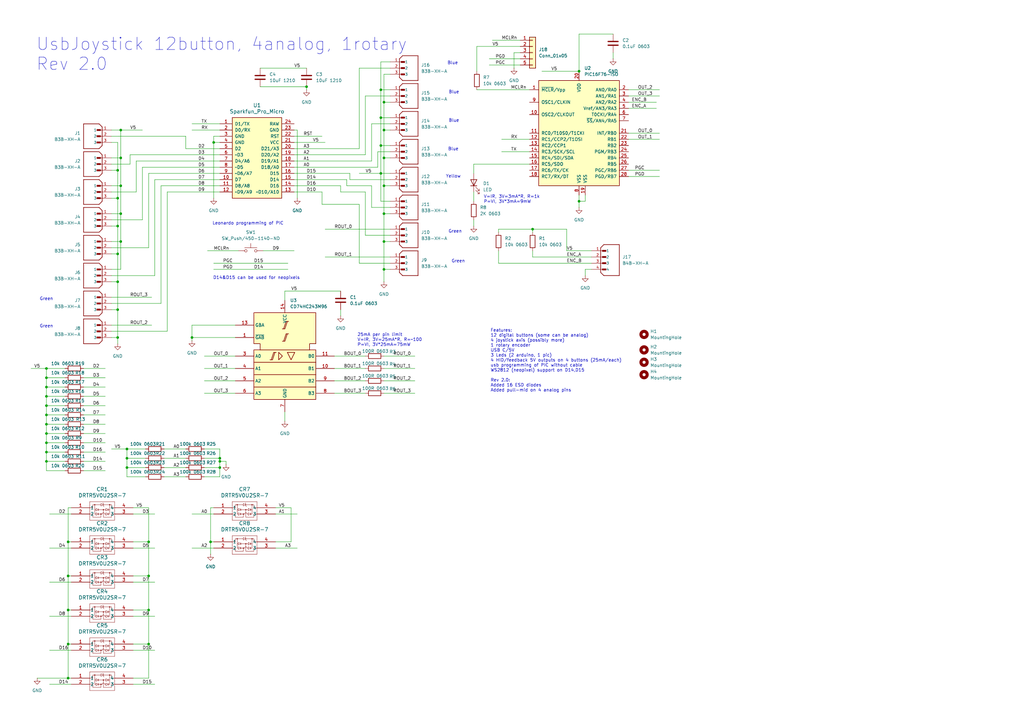
<source format=kicad_sch>
(kicad_sch (version 20250114) (generator "eeschema") (generator_version "9.0")
  (paper "A3")
  (lib_symbols
    (symbol "2025-06-20_23-16-29:DRTR5V0U2SR-7" (pin_names (offset 0.254))
      (property "Reference" "CR" (at 12.7 7.62 0))
      (property "Value" "DRTR5V0U2SR-7" (at 12.7 5.08 0))
      (symbol "DRTR5V0U2SR-7_0_1"
        (pin unspecified line (at 0 0 0) (length 7.62) (name "1") (number "1"))
        (pin unspecified line (at 0 -2.54 0) (length 7.62) (name "2") (number "2"))
        (pin unspecified line (at 25.4 0 180) (length 7.62) (name "4") (number "4"))
        (pin unspecified line (at 25.4 -2.54 180) (length 7.62) (name "3") (number "3"))
      )
    )
    (symbol "74xx_IEEE:74LS243"
      (property "Reference" "U" (at 15.24 25.4 0))
      (property "Value" "74LS243" (at 15.24 -15.24 0))
      (symbol "74LS243_0_0"
        (pin power_in line (at 0 27.94 270) (length 5.08) (name "VCC") (number "14"))
        (pin power_in line (at 0 -17.78 90) (length 5.08) (name "GND") (number "7"))
      )
      (symbol "74LS243_1_1"
        (pin input line (at -20.32 17.78 0) (length 7.62) (name "GBA") (number "13"))
        (pin input line (at -20.32 12.7 0) (length 7.62) (name "~{GAB}") (number "1"))
        (pin input line (at -20.32 5.08 0) (length 7.62) (name "A0") (number "3"))
        (pin input line (at -20.32 0 0) (length 7.62) (name "A1") (number "4"))
        (pin input line (at -20.32 -5.08 0) (length 7.62) (name "A2") (number "5"))
        (pin input line (at -20.32 -10.16 0) (length 7.62) (name "A3") (number "6"))
        (pin tri_state line (at 20.32 5.08 180) (length 7.62) (name "B0") (number "11"))
        (pin tri_state line (at 20.32 0 180) (length 7.62) (name "B1") (number "10"))
        (pin tri_state line (at 20.32 -5.08 180) (length 7.62) (name "B2") (number "9"))
        (pin tri_state line (at 20.32 -10.16 180) (length 7.62) (name "B3") (number "8"))
      )
    )
    (symbol "Arduino:Sparkfun_Pro_Micro" (pin_names (offset 1.016))
      (property "Reference" "U" (at -8.89 21.59 0))
      (property "Value" "Sparkfun_Pro_Micro" (at 0 19.05 0))
      (symbol "Sparkfun_Pro_Micro_1_1"
        (pin bidirectional line (at -15.24 15.24 0) (length 5.08) (name "D1/TX") (number "1"))
        (pin bidirectional line (at -15.24 12.7 0) (length 5.08) (name "D0/RX") (number "2"))
        (pin power_in line (at -15.24 10.16 0) (length 5.08) (name "GND") (number "3"))
        (pin power_in line (at -15.24 7.62 0) (length 5.08) (name "GND") (number "4"))
        (pin bidirectional line (at -15.24 5.08 0) (length 5.08) (name "D2") (number "5"))
        (pin bidirectional line (at -15.24 2.54 0) (length 5.08) (name "~D3") (number "6"))
        (pin bidirectional line (at -15.24 0 0) (length 5.08) (name "D4/A6") (number "7"))
        (pin bidirectional line (at -15.24 -2.54 0) (length 5.08) (name "~D5") (number "8"))
        (pin bidirectional line (at -15.24 -5.08 0) (length 5.08) (name "~D6/A7") (number "9"))
        (pin bidirectional line (at -15.24 -7.62 0) (length 5.08) (name "D7") (number "10"))
        (pin bidirectional line (at -15.24 -10.16 0) (length 5.08) (name "D8/A8") (number "11"))
        (pin bidirectional line (at -15.24 -12.7 0) (length 5.08) (name "~D9/A9") (number "12"))
        (pin power_in line (at 15.24 15.24 180) (length 5.08) (name "RAW") (number "24"))
        (pin power_in line (at 15.24 12.7 180) (length 5.08) (name "GND") (number "23"))
        (pin input line (at 15.24 10.16 180) (length 5.08) (name "RST") (number "22"))
        (pin power_in line (at 15.24 7.62 180) (length 5.08) (name "VCC") (number "21"))
        (pin bidirectional line (at 15.24 5.08 180) (length 5.08) (name "D21/A3") (number "20"))
        (pin bidirectional line (at 15.24 2.54 180) (length 5.08) (name "D20/A2") (number "19"))
        (pin bidirectional line (at 15.24 0 180) (length 5.08) (name "D19/A1") (number "18"))
        (pin bidirectional line (at 15.24 -2.54 180) (length 5.08) (name "D18/A0") (number "17"))
        (pin bidirectional line (at 15.24 -5.08 180) (length 5.08) (name "D15") (number "16"))
        (pin bidirectional line (at 15.24 -7.62 180) (length 5.08) (name "D14") (number "15"))
        (pin bidirectional line (at 15.24 -10.16 180) (length 5.08) (name "D16") (number "14"))
        (pin bidirectional line (at 15.24 -12.7 180) (length 5.08) (name "~D10/A10") (number "13"))
      )
    )
    (symbol "B3B-XH-A:B3B-XH-A" (pin_names (offset 1.016))
      (property "Reference" "J" (at -2.54 6.35 0))
      (property "Value" "B3B-XH-A" (at -2.54 -7.62 0))
      (symbol "B3B-XH-A_0_0"
        (pin passive line (at -7.62 2.54 0) (length 5.08) (name "1") (number "1"))
        (pin passive line (at -7.62 0 0) (length 5.08) (name "2") (number "2"))
        (pin passive line (at -7.62 -2.54 0) (length 5.08) (name "3") (number "3"))
      )
    )
    (symbol "B4B-XH-A:B4B-XH-A" (pin_names (offset 1.016))
      (property "Reference" "J" (at -2.54 6.35 0))
      (property "Value" "B4B-XH-A" (at -2.54 -10.16 0))
      (symbol "B4B-XH-A_0_0"
        (pin passive line (at -7.62 2.54 0) (length 5.08) (name "1") (number "1"))
        (pin passive line (at -7.62 0 0) (length 5.08) (name "2") (number "2"))
        (pin passive line (at -7.62 -2.54 0) (length 5.08) (name "3") (number "3"))
        (pin passive line (at -7.62 -5.08 0) (length 5.08) (name "4") (number "4"))
      )
    )
    (symbol "Connector_Generic:Conn_01x05" (pin_names (offset 1.016) (hide yes))
      (property "Reference" "J" (at 0 7.62 0))
      (property "Value" "Conn_01x05" (at 0 -7.62 0))
      (symbol "Conn_01x05_1_1"
        (pin passive line (at -5.08 5.08 0) (length 3.81) (name "Pin_1") (number "1"))
        (pin passive line (at -5.08 2.54 0) (length 3.81) (name "Pin_2") (number "2"))
        (pin passive line (at -5.08 0 0) (length 3.81) (name "Pin_3") (number "3"))
        (pin passive line (at -5.08 -2.54 0) (length 3.81) (name "Pin_4") (number "4"))
        (pin passive line (at -5.08 -5.08 0) (length 3.81) (name "Pin_5") (number "5"))
      )
    )
    (symbol "Device:C" (pin_numbers (hide yes)) (pin_names (offset 0.254))
      (property "Reference" "C" (at 0.635 2.54 0))
      (property "Value" "C" (at 0.635 -2.54 0))
      (symbol "C_1_1"
        (pin passive line (at 0 3.81 270) (length 2.794) (name "~") (number "1"))
        (pin passive line (at 0 -3.81 90) (length 2.794) (name "~") (number "2"))
      )
    )
    (symbol "Device:LED" (pin_numbers (hide yes)) (pin_names (offset 1.016) (hide yes))
      (property "Reference" "D" (at 0 2.54 0))
      (property "Value" "LED" (at 0 -2.54 0))
      (symbol "LED_1_1"
        (pin passive line (at -3.81 0 0) (length 2.54) (name "K") (number "1"))
        (pin passive line (at 3.81 0 180) (length 2.54) (name "A") (number "2"))
      )
    )
    (symbol "Device:R" (pin_numbers (hide yes)) (pin_names (offset 0))
      (property "Reference" "R" (at 2.032 0 90))
      (property "Value" "R" (at 0 0 90))
      (symbol "R_1_1"
        (pin passive line (at 0 3.81 270) (length 1.27) (name "~") (number "1"))
        (pin passive line (at 0 -3.81 90) (length 1.27) (name "~") (number "2"))
      )
    )
    (symbol "MCU_Microchip_PIC16:PIC16F76-ISO" (pin_names (offset 1.016))
      (property "Reference" "U" (at 2.54 25.4 0))
      (property "Value" "PIC16F76-ISO" (at 2.54 22.86 0))
      (symbol "PIC16F76-ISO_1_1"
        (pin input line (at -20.32 17.78 0) (length 3.81) (name "~{MCLR}/Vpp") (number "1"))
        (pin input line (at -20.32 12.7 0) (length 3.81) (name "OSC1/CLKIN") (number "9"))
        (pin output line (at -20.32 7.62 0) (length 3.81) (name "OSC2/CLKOUT") (number "10"))
        (pin bidirectional line (at -20.32 0 0) (length 3.81) (name "RC0/T10S0/T1CKI") (number "11"))
        (pin bidirectional line (at -20.32 -2.54 0) (length 3.81) (name "RC1/CCP2/T1OSI") (number "12"))
        (pin bidirectional line (at -20.32 -5.08 0) (length 3.81) (name "RC2/CCP1") (number "13"))
        (pin bidirectional line (at -20.32 -7.62 0) (length 3.81) (name "RC3/SCK/SCL") (number "14"))
        (pin bidirectional line (at -20.32 -10.16 0) (length 3.81) (name "RC4/SDI/SDA") (number "15"))
        (pin bidirectional line (at -20.32 -12.7 0) (length 3.81) (name "RC5/SDO") (number "16"))
        (pin bidirectional line (at -20.32 -15.24 0) (length 3.81) (name "RC6/TX/CK") (number "17"))
        (pin bidirectional line (at -20.32 -17.78 0) (length 3.81) (name "RC7/RX/DT") (number "18"))
        (pin power_in line (at 0 25.4 270) (length 3.81) (name "VDD") (number "20"))
        (pin power_in line (at 0 -25.4 90) (length 3.81) (name "VSS") (number "8"))
        (pin power_in line (at 2.54 -25.4 90) (length 3.81) (name "VSS") (number "19"))
        (pin bidirectional line (at 20.32 17.78 180) (length 3.81) (name "AN0/RA0") (number "2"))
        (pin bidirectional line (at 20.32 15.24 180) (length 3.81) (name "AN1/RA1") (number "3"))
        (pin bidirectional line (at 20.32 12.7 180) (length 3.81) (name "AN2/RA2") (number "4"))
        (pin bidirectional line (at 20.32 10.16 180) (length 3.81) (name "Vref/AN3/RA3") (number "5"))
        (pin bidirectional line (at 20.32 7.62 180) (length 3.81) (name "T0CKI/RA4") (number "6"))
        (pin bidirectional line (at 20.32 5.08 180) (length 3.81) (name "~{SS}/AN4/RA5") (number "7"))
        (pin bidirectional line (at 20.32 0 180) (length 3.81) (name "INT/RB0") (number "21"))
        (pin bidirectional line (at 20.32 -2.54 180) (length 3.81) (name "RB1") (number "22"))
        (pin bidirectional line (at 20.32 -5.08 180) (length 3.81) (name "RB2") (number "23"))
        (pin bidirectional line (at 20.32 -7.62 180) (length 3.81) (name "PGM/RB3") (number "24"))
        (pin bidirectional line (at 20.32 -10.16 180) (length 3.81) (name "RB4") (number "25"))
        (pin bidirectional line (at 20.32 -12.7 180) (length 3.81) (name "RB5") (number "26"))
        (pin bidirectional line (at 20.32 -15.24 180) (length 3.81) (name "PGC/RB6") (number "27"))
        (pin bidirectional line (at 20.32 -17.78 180) (length 3.81) (name "PGD/RB7") (number "28"))
      )
    )
    (symbol "Mechanical:MountingHole" (pin_names (offset 1.016)) (in_bom no)
      (property "Reference" "H" (at 0 5.08 0))
      (property "Value" "MountingHole" (at 0 3.175 0))
    )
    (symbol "Switch:SW_Push" (pin_numbers (hide yes)) (pin_names (offset 1.016) (hide yes))
      (property "Reference" "SW" (at 1.27 2.54 0))
      (property "Value" "SW_Push" (at 0 -1.524 0))
      (symbol "SW_Push_0_1"
        (pin passive line (at -5.08 0 0) (length 2.54) (name "1") (number "1"))
        (pin passive line (at 5.08 0 180) (length 2.54) (name "2") (number "2"))
      )
    )
    (symbol "power:GND" (power) (pin_numbers (hide yes)) (pin_names (offset 0) (hide yes))
      (property "Value" "GND" (at 0 -3.81 0))
      (symbol "GND_1_1"
        (pin power_in line (at 0 0 270) (length 0) (name "~") (number "1"))
      )
    )
  )
  (text "Leonardo programming of PIC" (at 87.122 90.932 0) (effects (font (size 1.27 1.27)) (justify left top)))
  (text "Green" (at 19.05 122.682 0) (effects (font (size 1.27 1.27))))
  (text "Blue" (at 185.928 61.214 0) (effects (font (size 1.27 1.27))))
  (text "Green" (at 19.05 133.858 0) (effects (font (size 1.27 1.27))))
  (text "Yellow" (at 185.928 72.39 0) (effects (font (size 1.27 1.27))))
  (text "UsbJoystick 12button, 4analog, 1rotary\nRev 2.0" (at 14.732 15.24 0) (effects (font (size 5.08 5.08)) (justify left top)))
  (text "D14&D15 can be used for neopixels" (at 87.376 113.284 0) (effects (font (size 1.27 1.27)) (justify left top)))
  (text "25mA per pin limit\nV=IR, 3V=25mA*R, R=~100\nP=VI, 3V*25mA=75mW" (at 146.558 136.652 0) (effects (font (size 1.27 1.27)) (justify left top)))
  (text "Green" (at 187.96 107.188 0) (effects (font (size 1.27 1.27))))
  (text "Blue" (at 186.182 49.53 0) (effects (font (size 1.27 1.27))))
  (text "Blue" (at 185.674 25.908 0) (effects (font (size 1.27 1.27))))
  (text "Green" (at 186.69 94.996 0) (effects (font (size 1.27 1.27))))
  (text "Features:\n12 digital buttons (some can be analog)\n4 joystick axis (possibly more)\n1 rotary encoder\nUSB C/5V\n3 Leds (2 arduino, 1 pic)\n4 HID/feedback 5V outputs on 4 buttons (25mA/each)\nusb programming of PIC without cable\nWS2812 (neopixel) support on D14,D15\n\nRev 2.0:\nAdded 16 ESD diodes\nAdded pull-mid on 4 analog pins" (at 201.168 134.874 0) (effects (font (size 1.27 1.27)) (justify left top)))
  (text "V=IR, 3V=3mA*R, R=1k\nP=VI, 3V*3mA=9mW" (at 198.374 80.01 0) (effects (font (size 1.27 1.27)) (justify left top)))
  (text "Blue" (at 186.182 37.846 0) (effects (font (size 1.27 1.27))))
  (junction (at 19.05 166.37))
  (junction (at 156.21 59.69))
  (junction (at 237.49 82.55))
  (junction (at 52.07 191.77))
  (junction (at 48.26 115.57))
  (junction (at 27.94 222.25))
  (junction (at 48.26 81.28))
  (junction (at 90.17 189.23))
  (junction (at 86.36 222.25))
  (junction (at 156.21 71.12))
  (junction (at 27.94 278.13))
  (junction (at 48.26 69.85))
  (junction (at 27.94 250.19))
  (junction (at 19.05 185.42))
  (junction (at 157.48 53.34))
  (junction (at 60.96 250.19))
  (junction (at 156.21 36.83))
  (junction (at 237.49 29.21))
  (junction (at 48.26 138.43))
  (junction (at 19.05 173.99))
  (junction (at 125.73 35.56))
  (junction (at 27.94 236.22))
  (junction (at 19.05 154.94))
  (junction (at 49.53 99.06))
  (junction (at 52.07 187.96))
  (junction (at 157.48 99.06))
  (junction (at 19.05 151.13))
  (junction (at 157.48 76.2))
  (junction (at 49.53 87.63))
  (junction (at 49.53 76.2))
  (junction (at 49.53 64.77))
  (junction (at 27.94 264.16))
  (junction (at 157.48 110.49))
  (junction (at 52.07 184.15))
  (junction (at 19.05 170.18))
  (junction (at 49.53 53.34))
  (junction (at 48.26 104.14))
  (junction (at 157.48 87.63))
  (junction (at 157.48 64.77))
  (junction (at 60.96 264.16))
  (junction (at 156.21 48.26))
  (junction (at 218.44 93.98))
  (junction (at 60.96 236.22))
  (junction (at 157.48 41.91))
  (junction (at 19.05 158.75))
  (junction (at 87.63 58.42))
  (junction (at 19.05 181.61))
  (junction (at 19.05 177.8))
  (junction (at 48.26 127))
  (junction (at 90.17 187.96))
  (junction (at 19.05 162.56))
  (junction (at 90.17 191.77))
  (junction (at 78.74 138.43))
  (junction (at 60.96 222.25))
  (junction (at 48.26 92.71))
  (junction (at 19.05 189.23))
  (wire (pts (xy 19.05 185.42) (xy 26.67 185.42)))
  (wire (pts (xy 45.72 67.31) (xy 53.34 67.31)))
  (wire (pts (xy 29.21 208.28) (xy 27.94 208.28)))
  (wire (pts (xy 116.84 119.38) (xy 116.84 123.19)))
  (wire (pts (xy 157.48 161.29) (xy 170.18 161.29)))
  (wire (pts (xy 19.05 158.75) (xy 19.05 162.56)))
  (wire (pts (xy 154.94 68.58) (xy 154.94 62.23)))
  (wire (pts (xy 83.82 191.77) (xy 90.17 191.77)))
  (wire (pts (xy 90.17 195.58) (xy 90.17 191.77)))
  (wire (pts (xy 149.86 63.5) (xy 149.86 39.37)))
  (wire (pts (xy 20.32 252.73) (xy 29.21 252.73)))
  (wire (pts (xy 137.16 156.21) (xy 149.86 156.21)))
  (wire (pts (xy 85.09 102.87) (xy 97.79 102.87)))
  (wire (pts (xy 204.47 93.98) (xy 218.44 93.98)))
  (wire (pts (xy 26.67 193.04) (xy 19.05 193.04)))
  (wire (pts (xy 45.72 69.85) (xy 48.26 69.85)))
  (wire (pts (xy 19.05 177.8) (xy 26.67 177.8)))
  (wire (pts (xy 139.7 78.74) (xy 149.86 78.74)))
  (wire (pts (xy 257.81 72.39) (xy 270.51 72.39)))
  (wire (pts (xy 27.94 264.16) (xy 27.94 278.13)))
  (wire (pts (xy 90.17 184.15) (xy 83.82 184.15)))
  (wire (pts (xy 204.47 93.98) (xy 204.47 95.25)))
  (wire (pts (xy 200.66 26.67) (xy 213.36 26.67)))
  (wire (pts (xy 160.02 82.55) (xy 156.21 82.55)))
  (wire (pts (xy 113.03 208.28) (xy 119.38 208.28)))
  (wire (pts (xy 87.63 208.28) (xy 86.36 208.28)))
  (wire (pts (xy 92.71 190.5) (xy 92.71 189.23)))
  (wire (pts (xy 19.05 162.56) (xy 26.67 162.56)))
  (wire (pts (xy 55.88 78.74) (xy 45.72 78.74)))
  (wire (pts (xy 27.94 222.25) (xy 29.21 222.25)))
  (wire (pts (xy 53.34 63.5) (xy 90.17 63.5)))
  (wire (pts (xy 53.34 67.31) (xy 53.34 63.5)))
  (wire (pts (xy 156.21 82.55) (xy 156.21 71.12)))
  (wire (pts (xy 240.03 110.49) (xy 242.57 110.49)))
  (wire (pts (xy 68.58 135.89) (xy 45.72 135.89)))
  (wire (pts (xy 45.72 90.17) (xy 58.42 90.17)))
  (wire (pts (xy 45.72 184.15) (xy 52.07 184.15)))
  (wire (pts (xy 54.61 264.16) (xy 60.96 264.16)))
  (wire (pts (xy 12.7 151.13) (xy 19.05 151.13)))
  (wire (pts (xy 78.74 224.79) (xy 87.63 224.79)))
  (wire (pts (xy 160.02 36.83) (xy 156.21 36.83)))
  (wire (pts (xy 87.63 110.49) (xy 118.11 110.49)))
  (wire (pts (xy 156.21 48.26) (xy 156.21 59.69)))
  (wire (pts (xy 54.61 238.76) (xy 63.5 238.76)))
  (wire (pts (xy 48.26 115.57) (xy 48.26 104.14)))
  (wire (pts (xy 52.07 187.96) (xy 59.69 187.96)))
  (wire (pts (xy 19.05 177.8) (xy 19.05 173.99)))
  (wire (pts (xy 19.05 189.23) (xy 26.67 189.23)))
  (wire (pts (xy 83.82 195.58) (xy 90.17 195.58)))
  (wire (pts (xy 26.67 166.37) (xy 19.05 166.37)))
  (wire (pts (xy 49.53 64.77) (xy 49.53 53.34)))
  (wire (pts (xy 19.05 189.23) (xy 19.05 185.42)))
  (wire (pts (xy 116.84 168.91) (xy 116.84 172.72)))
  (wire (pts (xy 52.07 195.58) (xy 59.69 195.58)))
  (wire (pts (xy 19.05 158.75) (xy 26.67 158.75)))
  (wire (pts (xy 90.17 55.88) (xy 87.63 55.88)))
  (wire (pts (xy 139.7 127) (xy 139.7 129.54)))
  (wire (pts (xy 19.05 185.42) (xy 19.05 181.61)))
  (wire (pts (xy 19.05 193.04) (xy 19.05 189.23)))
  (wire (pts (xy 120.65 60.96) (xy 147.32 60.96)))
  (wire (pts (xy 55.88 66.04) (xy 90.17 66.04)))
  (wire (pts (xy 142.24 73.66) (xy 142.24 76.2)))
  (wire (pts (xy 66.04 124.46) (xy 45.72 124.46)))
  (wire (pts (xy 83.82 151.13) (xy 96.52 151.13)))
  (wire (pts (xy 257.81 69.85) (xy 270.51 69.85)))
  (wire (pts (xy 19.05 173.99) (xy 19.05 170.18)))
  (wire (pts (xy 54.61 280.67) (xy 63.5 280.67)))
  (wire (pts (xy 143.51 71.12) (xy 143.51 73.66)))
  (wire (pts (xy 120.65 63.5) (xy 149.86 63.5)))
  (wire (pts (xy 60.96 222.25) (xy 60.96 236.22)))
  (wire (pts (xy 45.72 104.14) (xy 48.26 104.14)))
  (wire (pts (xy 237.49 80.01) (xy 237.49 82.55)))
  (wire (pts (xy 160.02 25.4) (xy 156.21 25.4)))
  (wire (pts (xy 54.61 208.28) (xy 60.96 208.28)))
  (wire (pts (xy 156.21 25.4) (xy 156.21 36.83)))
  (wire (pts (xy 232.41 102.87) (xy 232.41 93.98)))
  (wire (pts (xy 48.26 58.42) (xy 45.72 58.42)))
  (wire (pts (xy 48.26 104.14) (xy 48.26 92.71)))
  (wire (pts (xy 68.58 78.74) (xy 68.58 135.89)))
  (wire (pts (xy 156.21 71.12) (xy 147.32 71.12)))
  (wire (pts (xy 204.47 107.95) (xy 242.57 107.95)))
  (wire (pts (xy 20.32 210.82) (xy 29.21 210.82)))
  (wire (pts (xy 194.31 92.71) (xy 194.31 90.17)))
  (wire (pts (xy 147.32 83.82) (xy 147.32 107.95)))
  (wire (pts (xy 210.82 27.94) (xy 210.82 21.59)))
  (wire (pts (xy 48.26 138.43) (xy 48.26 127)))
  (wire (pts (xy 78.74 133.35) (xy 78.74 138.43)))
  (wire (pts (xy 157.48 146.05) (xy 170.18 146.05)))
  (wire (pts (xy 218.44 105.41) (xy 218.44 102.87)))
  (wire (pts (xy 120.65 71.12) (xy 143.51 71.12)))
  (wire (pts (xy 160.02 107.95) (xy 147.32 107.95)))
  (wire (pts (xy 86.36 222.25) (xy 87.63 222.25)))
  (wire (pts (xy 63.5 113.03) (xy 45.72 113.03)))
  (wire (pts (xy 76.2 60.96) (xy 90.17 60.96)))
  (wire (pts (xy 96.52 133.35) (xy 78.74 133.35)))
  (wire (pts (xy 52.07 187.96) (xy 52.07 191.77)))
  (wire (pts (xy 87.63 58.42) (xy 90.17 58.42)))
  (wire (pts (xy 27.94 250.19) (xy 27.94 264.16)))
  (wire (pts (xy 19.05 151.13) (xy 26.67 151.13)))
  (wire (pts (xy 137.16 151.13) (xy 149.86 151.13)))
  (wire (pts (xy 54.61 278.13) (xy 60.96 278.13)))
  (wire (pts (xy 34.29 170.18) (xy 43.18 170.18)))
  (wire (pts (xy 52.07 184.15) (xy 52.07 187.96)))
  (wire (pts (xy 45.72 55.88) (xy 76.2 55.88)))
  (wire (pts (xy 19.05 181.61) (xy 26.67 181.61)))
  (wire (pts (xy 194.31 67.31) (xy 194.31 71.12)))
  (wire (pts (xy 133.35 105.41) (xy 160.02 105.41)))
  (wire (pts (xy 67.31 191.77) (xy 76.2 191.77)))
  (wire (pts (xy 60.96 71.12) (xy 90.17 71.12)))
  (wire (pts (xy 157.48 30.48) (xy 157.48 41.91)))
  (wire (pts (xy 149.86 96.52) (xy 160.02 96.52)))
  (wire (pts (xy 27.94 222.25) (xy 27.94 236.22)))
  (wire (pts (xy 205.74 62.23) (xy 217.17 62.23)))
  (wire (pts (xy 149.86 39.37) (xy 160.02 39.37)))
  (wire (pts (xy 49.53 76.2) (xy 49.53 87.63)))
  (wire (pts (xy 19.05 166.37) (xy 19.05 170.18)))
  (wire (pts (xy 156.21 36.83) (xy 156.21 48.26)))
  (wire (pts (xy 257.81 44.45) (xy 269.24 44.45)))
  (wire (pts (xy 83.82 161.29) (xy 96.52 161.29)))
  (wire (pts (xy 55.88 66.04) (xy 55.88 78.74)))
  (wire (pts (xy 120.65 78.74) (xy 132.08 78.74)))
  (wire (pts (xy 120.65 66.04) (xy 152.4 66.04)))
  (wire (pts (xy 251.46 21.59) (xy 251.46 24.13)))
  (wire (pts (xy 60.96 208.28) (xy 60.96 222.25)))
  (wire (pts (xy 121.92 81.28) (xy 121.92 53.34)))
  (wire (pts (xy 45.72 64.77) (xy 49.53 64.77)))
  (wire (pts (xy 257.81 41.91) (xy 269.24 41.91)))
  (wire (pts (xy 232.41 102.87) (xy 242.57 102.87)))
  (wire (pts (xy 27.94 208.28) (xy 27.94 222.25)))
  (wire (pts (xy 156.21 59.69) (xy 160.02 59.69)))
  (wire (pts (xy 19.05 173.99) (xy 26.67 173.99)))
  (wire (pts (xy 49.53 76.2) (xy 49.53 64.77)))
  (wire (pts (xy 106.68 35.56) (xy 125.73 35.56)))
  (wire (pts (xy 45.72 53.34) (xy 49.53 53.34)))
  (wire (pts (xy 34.29 185.42) (xy 43.18 185.42)))
  (wire (pts (xy 120.65 68.58) (xy 154.94 68.58)))
  (wire (pts (xy 78.74 138.43) (xy 78.74 139.7)))
  (wire (pts (xy 137.16 161.29) (xy 149.86 161.29)))
  (wire (pts (xy 251.46 13.97) (xy 237.49 13.97)))
  (wire (pts (xy 60.96 101.6) (xy 45.72 101.6)))
  (wire (pts (xy 54.61 236.22) (xy 60.96 236.22)))
  (wire (pts (xy 121.92 53.34) (xy 120.65 53.34)))
  (wire (pts (xy 152.4 50.8) (xy 152.4 66.04)))
  (wire (pts (xy 157.48 53.34) (xy 160.02 53.34)))
  (wire (pts (xy 87.63 55.88) (xy 87.63 58.42)))
  (wire (pts (xy 86.36 208.28) (xy 86.36 222.25)))
  (wire (pts (xy 156.21 59.69) (xy 156.21 71.12)))
  (wire (pts (xy 240.03 82.55) (xy 237.49 82.55)))
  (wire (pts (xy 68.58 78.74) (xy 90.17 78.74)))
  (wire (pts (xy 87.63 107.95) (xy 118.11 107.95)))
  (wire (pts (xy 83.82 146.05) (xy 96.52 146.05)))
  (wire (pts (xy 49.53 110.49) (xy 49.53 99.06)))
  (wire (pts (xy 60.96 71.12) (xy 60.96 101.6)))
  (wire (pts (xy 20.32 266.7) (xy 29.21 266.7)))
  (wire (pts (xy 160.02 71.12) (xy 156.21 71.12)))
  (wire (pts (xy 257.81 57.15) (xy 270.51 57.15)))
  (wire (pts (xy 54.61 210.82) (xy 63.5 210.82)))
  (wire (pts (xy 147.32 27.94) (xy 147.32 60.96)))
  (wire (pts (xy 48.26 127) (xy 48.26 115.57)))
  (wire (pts (xy 19.05 151.13) (xy 19.05 154.94)))
  (wire (pts (xy 58.42 90.17) (xy 58.42 68.58)))
  (wire (pts (xy 157.48 64.77) (xy 160.02 64.77)))
  (wire (pts (xy 20.32 224.79) (xy 29.21 224.79)))
  (wire (pts (xy 157.48 87.63) (xy 157.48 76.2)))
  (wire (pts (xy 160.02 85.09) (xy 152.4 85.09)))
  (wire (pts (xy 45.72 110.49) (xy 49.53 110.49)))
  (wire (pts (xy 19.05 162.56) (xy 19.05 166.37)))
  (wire (pts (xy 27.94 278.13) (xy 29.21 278.13)))
  (wire (pts (xy 160.02 27.94) (xy 147.32 27.94)))
  (wire (pts (xy 137.16 146.05) (xy 149.86 146.05)))
  (wire (pts (xy 67.31 184.15) (xy 76.2 184.15)))
  (wire (pts (xy 133.35 93.98) (xy 160.02 93.98)))
  (wire (pts (xy 157.48 156.21) (xy 170.18 156.21)))
  (wire (pts (xy 48.26 81.28) (xy 48.26 69.85)))
  (wire (pts (xy 34.29 181.61) (xy 43.18 181.61)))
  (wire (pts (xy 34.29 158.75) (xy 43.18 158.75)))
  (wire (pts (xy 132.08 83.82) (xy 132.08 78.74)))
  (wire (pts (xy 237.49 82.55) (xy 237.49 85.09)))
  (wire (pts (xy 45.72 121.92) (xy 62.23 121.92)))
  (wire (pts (xy 34.29 189.23) (xy 43.18 189.23)))
  (wire (pts (xy 54.61 266.7) (xy 63.5 266.7)))
  (wire (pts (xy 106.68 27.94) (xy 125.73 27.94)))
  (wire (pts (xy 87.63 81.28) (xy 87.63 58.42)))
  (wire (pts (xy 83.82 187.96) (xy 90.17 187.96)))
  (wire (pts (xy 204.47 107.95) (xy 204.47 102.87)))
  (wire (pts (xy 34.29 151.13) (xy 43.18 151.13)))
  (wire (pts (xy 160.02 50.8) (xy 152.4 50.8)))
  (wire (pts (xy 52.07 191.77) (xy 59.69 191.77)))
  (wire (pts (xy 63.5 73.66) (xy 90.17 73.66)))
  (wire (pts (xy 78.74 53.34) (xy 90.17 53.34)))
  (wire (pts (xy 210.82 21.59) (xy 213.36 21.59)))
  (wire (pts (xy 52.07 191.77) (xy 52.07 195.58)))
  (wire (pts (xy 90.17 191.77) (xy 90.17 189.23)))
  (wire (pts (xy 54.61 252.73) (xy 63.5 252.73)))
  (wire (pts (xy 113.03 210.82) (xy 121.92 210.82)))
  (wire (pts (xy 67.31 187.96) (xy 76.2 187.96)))
  (wire (pts (xy 218.44 105.41) (xy 242.57 105.41)))
  (wire (pts (xy 125.73 36.83) (xy 125.73 35.56)))
  (wire (pts (xy 120.65 76.2) (xy 139.7 76.2)))
  (wire (pts (xy 157.48 76.2) (xy 160.02 76.2)))
  (wire (pts (xy 139.7 76.2) (xy 139.7 78.74)))
  (wire (pts (xy 45.72 99.06) (xy 49.53 99.06)))
  (wire (pts (xy 58.42 68.58) (xy 90.17 68.58)))
  (wire (pts (xy 27.94 250.19) (xy 29.21 250.19)))
  (wire (pts (xy 205.74 57.15) (xy 217.17 57.15)))
  (wire (pts (xy 45.72 133.35) (xy 62.23 133.35)))
  (wire (pts (xy 15.24 278.13) (xy 27.94 278.13)))
  (wire (pts (xy 119.38 208.28) (xy 119.38 222.25)))
  (wire (pts (xy 45.72 76.2) (xy 49.53 76.2)))
  (wire (pts (xy 19.05 170.18) (xy 26.67 170.18)))
  (wire (pts (xy 195.58 29.21) (xy 195.58 19.05)))
  (wire (pts (xy 34.29 154.94) (xy 43.18 154.94)))
  (wire (pts (xy 240.03 113.03) (xy 240.03 110.49)))
  (wire (pts (xy 257.81 39.37) (xy 270.51 39.37)))
  (wire (pts (xy 157.48 41.91) (xy 157.48 53.34)))
  (wire (pts (xy 48.26 69.85) (xy 48.26 58.42)))
  (wire (pts (xy 54.61 250.19) (xy 60.96 250.19)))
  (wire (pts (xy 78.74 50.8) (xy 90.17 50.8)))
  (wire (pts (xy 218.44 93.98) (xy 218.44 95.25)))
  (wire (pts (xy 160.02 41.91) (xy 157.48 41.91)))
  (wire (pts (xy 19.05 154.94) (xy 26.67 154.94)))
  (wire (pts (xy 157.48 64.77) (xy 157.48 76.2)))
  (wire (pts (xy 49.53 53.34) (xy 58.42 53.34)))
  (wire (pts (xy 143.51 73.66) (xy 160.02 73.66)))
  (wire (pts (xy 157.48 151.13) (xy 170.18 151.13)))
  (wire (pts (xy 34.29 173.99) (xy 43.18 173.99)))
  (wire (pts (xy 49.53 87.63) (xy 49.53 99.06)))
  (wire (pts (xy 222.25 29.21) (xy 237.49 29.21)))
  (wire (pts (xy 60.96 236.22) (xy 60.96 250.19)))
  (wire (pts (xy 92.71 189.23) (xy 90.17 189.23)))
  (wire (pts (xy 152.4 76.2) (xy 152.4 85.09)))
  (wire (pts (xy 90.17 189.23) (xy 90.17 187.96)))
  (wire (pts (xy 160.02 30.48) (xy 157.48 30.48)))
  (wire (pts (xy 45.72 81.28) (xy 48.26 81.28)))
  (wire (pts (xy 29.21 264.16) (xy 27.94 264.16)))
  (wire (pts (xy 160.02 99.06) (xy 157.48 99.06)))
  (wire (pts (xy 120.65 55.88) (xy 132.08 55.88)))
  (wire (pts (xy 52.07 184.15) (xy 59.69 184.15)))
  (wire (pts (xy 195.58 36.83) (xy 217.17 36.83)))
  (wire (pts (xy 27.94 236.22) (xy 27.94 250.19)))
  (wire (pts (xy 63.5 73.66) (xy 63.5 113.03)))
  (wire (pts (xy 116.84 119.38) (xy 139.7 119.38)))
  (wire (pts (xy 54.61 224.79) (xy 63.5 224.79)))
  (wire (pts (xy 34.29 177.8) (xy 43.18 177.8)))
  (wire (pts (xy 83.82 156.21) (xy 96.52 156.21)))
  (wire (pts (xy 54.61 222.25) (xy 60.96 222.25)))
  (wire (pts (xy 19.05 154.94) (xy 19.05 158.75)))
  (wire (pts (xy 34.29 166.37) (xy 43.18 166.37)))
  (wire (pts (xy 240.03 80.01) (xy 240.03 82.55)))
  (wire (pts (xy 34.29 162.56) (xy 43.18 162.56)))
  (wire (pts (xy 78.74 210.82) (xy 87.63 210.82)))
  (wire (pts (xy 45.72 115.57) (xy 48.26 115.57)))
  (wire (pts (xy 45.72 92.71) (xy 48.26 92.71)))
  (wire (pts (xy 120.65 58.42) (xy 133.35 58.42)))
  (wire (pts (xy 160.02 87.63) (xy 157.48 87.63)))
  (wire (pts (xy 66.04 76.2) (xy 90.17 76.2)))
  (wire (pts (xy 147.32 83.82) (xy 132.08 83.82)))
  (wire (pts (xy 194.31 78.74) (xy 194.31 82.55)))
  (wire (pts (xy 27.94 236.22) (xy 29.21 236.22)))
  (wire (pts (xy 45.72 87.63) (xy 49.53 87.63)))
  (wire (pts (xy 157.48 53.34) (xy 157.48 64.77)))
  (wire (pts (xy 90.17 187.96) (xy 90.17 184.15)))
  (wire (pts (xy 20.32 238.76) (xy 29.21 238.76)))
  (wire (pts (xy 48.26 140.97) (xy 48.26 138.43)))
  (wire (pts (xy 86.36 222.25) (xy 86.36 227.33)))
  (wire (pts (xy 120.65 73.66) (xy 142.24 73.66)))
  (wire (pts (xy 113.03 224.79) (xy 121.92 224.79)))
  (wire (pts (xy 157.48 110.49) (xy 157.48 99.06)))
  (wire (pts (xy 237.49 13.97) (xy 237.49 29.21)))
  (wire (pts (xy 45.72 127) (xy 48.26 127)))
  (wire (pts (xy 257.81 54.61) (xy 270.51 54.61)))
  (wire (pts (xy 142.24 76.2) (xy 152.4 76.2)))
  (wire (pts (xy 66.04 76.2) (xy 66.04 124.46)))
  (wire (pts (xy 34.29 193.04) (xy 43.18 193.04)))
  (wire (pts (xy 232.41 93.98) (xy 218.44 93.98)))
  (wire (pts (xy 160.02 110.49) (xy 157.48 110.49)))
  (wire (pts (xy 96.52 138.43) (xy 78.74 138.43)))
  (wire (pts (xy 60.96 250.19) (xy 60.96 264.16)))
  (wire (pts (xy 217.17 67.31) (xy 194.31 67.31)))
  (wire (pts (xy 67.31 195.58) (xy 76.2 195.58)))
  (wire (pts (xy 195.58 19.05) (xy 213.36 19.05)))
  (wire (pts (xy 107.95 102.87) (xy 120.65 102.87)))
  (wire (pts (xy 200.66 24.13) (xy 213.36 24.13)))
  (wire (pts (xy 257.81 36.83) (xy 270.51 36.83)))
  (wire (pts (xy 157.48 99.06) (xy 157.48 87.63)))
  (wire (pts (xy 45.72 138.43) (xy 48.26 138.43)))
  (wire (pts (xy 48.26 92.71) (xy 48.26 81.28)))
  (wire (pts (xy 19.05 181.61) (xy 19.05 177.8)))
  (wire (pts (xy 60.96 264.16) (xy 60.96 278.13)))
  (wire (pts (xy 156.21 48.26) (xy 160.02 48.26)))
  (wire (pts (xy 76.2 55.88) (xy 76.2 60.96)))
  (wire (pts (xy 20.32 280.67) (xy 29.21 280.67)))
  (wire (pts (xy 149.86 78.74) (xy 149.86 96.52)))
  (wire (pts (xy 113.03 222.25) (xy 119.38 222.25)))
  (wire (pts (xy 154.94 62.23) (xy 160.02 62.23)))
  (wire (pts (xy 201.93 16.51) (xy 213.36 16.51)))
  (wire (pts (xy 157.48 110.49) (xy 157.48 115.57)))
  (label "D14" (at 24.13 280.67 0))
  (label "MCLRn" (at 209.55 36.83 0))
  (label "V5" (at 46.99 184.15 0))
  (label "A0" (at 124.46 68.58 0))
  (label "ENC_B" (at 259.08 41.91 0))
  (label "D2" (at 38.1 151.13 0))
  (label "V5" (at 152.4 71.12 180))
  (label "A2" (at 82.55 224.79 0))
  (label "V5" (at 232.41 102.87 0))
  (label "D9" (at 58.42 252.73 0))
  (label "D8" (at 24.13 252.73 0))
  (label "A3" (at 124.46 60.96 0))
  (label "D7" (at 81.28 73.66 0))
  (label "D5" (at 38.1 162.56 0))
  (label "V5" (at 201.93 19.05 0))
  (label "D14" (at 38.1 189.23 0))
  (label "BOUT_0" (at 140.97 146.05 0))
  (label "D10" (at 38.1 181.61 0))
  (label "ROUT_0" (at 137.16 93.98 0))
  (label "D6" (at 81.28 71.12 0))
  (label "A1" (at 124.46 66.04 0))
  (label "A1" (at 114.3 210.82 0))
  (label "A2" (at 124.46 63.5 0))
  (label "D15" (at 38.1 193.04 0))
  (label "A0" (at 71.12 184.15 0))
  (label "D9" (at 81.28 78.74 0))
  (label "D7" (at 58.42 238.76 0))
  (label "V5" (at 55.88 208.28 0))
  (label "D5" (at 81.28 68.58 0))
  (label "ROUT_3" (at 53.34 121.92 0))
  (label "D3" (at 81.28 63.5 0))
  (label "ROUT_2" (at 53.34 133.35 0))
  (label "D2" (at 24.13 210.82 0))
  (label "OUT_0" (at 87.63 146.05 0))
  (label "D14" (at 125.73 73.66 0))
  (label "V5" (at 119.38 119.38 0))
  (label "OUT_1" (at 87.63 151.13 0))
  (label "D7" (at 38.1 170.18 0))
  (label "V5" (at 53.34 53.34 0))
  (label "D10" (at 58.42 266.7 0))
  (label "D16" (at 125.73 76.2 0))
  (label "D4" (at 38.1 158.75 0))
  (label "V5" (at 120.65 27.94 0))
  (label "D4" (at 81.28 66.04 0))
  (label "BOUT_3" (at 140.97 161.29 0))
  (label "PGD" (at 203.2 24.13 0))
  (label "PGD" (at 260.35 72.39 0))
  (label "D9" (at 38.1 177.8 0))
  (label "PGC" (at 203.2 26.67 0))
  (label "D3" (at 58.42 210.82 0))
  (label "D15" (at 58.42 280.67 0))
  (label "OUT_3" (at 87.63 161.29 0))
  (label "BOUT_2" (at 140.97 156.21 0))
  (label "ROUT_2" (at 161.29 156.21 0))
  (label "V5" (at 13.97 151.13 0))
  (label "ROUT_1" (at 161.29 151.13 0))
  (label "A1" (at 71.12 187.96 0))
  (label "ENC_B" (at 232.41 107.95 0))
  (label "D14" (at 104.14 110.49 0))
  (label "D15" (at 125.73 71.12 0))
  (label "D6" (at 38.1 166.37 0))
  (label "BOUT_1" (at 140.97 151.13 0))
  (label "ROUT_1" (at 137.16 105.41 0))
  (label "ENC_A" (at 232.41 105.41 0))
  (label "D6" (at 24.13 238.76 0))
  (label "D9" (at 111.76 102.87 0))
  (label "TX" (at 209.55 62.23 0))
  (label "D10" (at 125.73 78.74 0))
  (label "ROUT_0" (at 161.29 146.05 0))
  (label "OUT_0" (at 261.62 54.61 0))
  (label "RX" (at 209.55 57.15 0))
  (label "A3" (at 116.84 224.79 0))
  (label "ROUT_3" (at 161.29 161.29 0))
  (label "A2" (at 71.12 191.77 0))
  (label "RX" (at 82.55 53.34 0))
  (label "D16" (at 24.13 266.7 0))
  (label "A3" (at 71.12 195.58 0))
  (label "OUT_2" (at 261.62 36.83 0))
  (label "D15" (at 104.14 107.95 0))
  (label "D3" (at 38.1 154.94 0))
  (label "PGC" (at 91.44 107.95 0))
  (label "RST" (at 124.46 55.88 0))
  (label "D16" (at 38.1 185.42 0))
  (label "V5" (at 114.3 208.28 0))
  (label "OUT_2" (at 87.63 156.21 0))
  (label "ENC_A" (at 259.08 44.45 0))
  (label "A0" (at 82.55 210.82 0))
  (label "D2" (at 81.28 60.96 0))
  (label "OUT_3" (at 261.62 39.37 0))
  (label "D4" (at 24.13 224.79 0))
  (label "D5" (at 58.42 224.79 0))
  (label "D8" (at 81.28 76.2 0))
  (label "MCLRn" (at 205.74 16.51 0))
  (label "OUT_1" (at 261.62 57.15 0))
  (label "PGC" (at 260.35 69.85 0))
  (label "MCLRn" (at 87.63 102.87 0))
  (label "TX" (at 82.55 50.8 0))
  (label "V5" (at 226.06 29.21 0))
  (label "D8" (at 38.1 173.99 0))
  (label "PGD" (at 91.44 110.49 0))
  (label "V5" (at 128.27 58.42 0))
  (symbol (lib_id "2025-06-20_23-16-29:DRTR5V0U2SR-7") (at 29.21 278.13 0) (unit 1)
    (property "Reference" "CR6" (at 41.91 270.51 0) (effects (font (size 1.524 1.524))))
    (property "Value" "DRTR5V0U2SR-7" (at 41.91 273.05 0) (effects (font (size 1.524 1.524))))
    (property "Footprint" "Package_TO_SOT_SMD:SOT-143_Handsoldering" (effects (hide yes)))
    (property "Datasheet" "DRTR5V0U2SR-7" (effects (hide yes)))
  )
  (symbol (lib_id "2025-06-20_23-16-29:DRTR5V0U2SR-7") (at 29.21 250.19 0) (unit 1)
    (property "Reference" "CR4" (at 41.91 242.57 0) (effects (font (size 1.524 1.524))))
    (property "Value" "DRTR5V0U2SR-7" (at 41.91 245.11 0) (effects (font (size 1.524 1.524))))
    (property "Footprint" "Package_TO_SOT_SMD:SOT-143_Handsoldering" (effects (hide yes)))
    (property "Datasheet" "DRTR5V0U2SR-7" (effects (hide yes)))
  )
  (symbol (lib_id "Device:R") (at 63.5 187.96 90) (unit 1)
    (property "Reference" "R22" (at 65.786 185.928 90))
    (property "Value" "100k 0603" (at 58.674 185.928 90))
    (property "Footprint" "Capacitor_SMD:C_0603_1608Metric_Pad1.08x0.95mm_HandSolder" (effects (hide yes)))
    (property "Description" "Resistor" (effects (hide yes)))
  )
  (symbol (lib_id "2025-06-20_23-16-29:DRTR5V0U2SR-7") (at 87.63 222.25 0) (unit 1)
    (property "Reference" "CR8" (at 100.33 214.63 0) (effects (font (size 1.524 1.524))))
    (property "Value" "DRTR5V0U2SR-7" (at 100.33 217.17 0) (effects (font (size 1.524 1.524))))
    (property "Footprint" "Package_TO_SOT_SMD:SOT-143_Handsoldering" (effects (hide yes)))
    (property "Datasheet" "DRTR5V0U2SR-7" (effects (hide yes)))
  )
  (symbol (lib_id "B3B-XH-A:B3B-XH-A") (at 167.64 39.37 0) (unit 1)
    (property "Reference" "J15" (at 172.72 38.1 0) (effects (justify left)))
    (property "Value" "B3B-XH-A" (at 172.72 40.64 0) (effects (justify left)))
    (property "Footprint" "library:JST_B3B-XH-A" (effects (hide yes)))
    (property "PARTREV" "7/4/21" (effects (hide yes)))
    (property "STANDARD" "Manufacturer Recommendations" (effects (hide yes)))
    (property "MAXIMUM_PACKAGE_HEIGHT" "7.00 mm" (effects (hide yes)))
    (property "MANUFACTURER" "JST Sales America Inc." (effects (hide yes)))
  )
  (symbol (lib_id "B3B-XH-A:B3B-XH-A") (at 38.1 113.03 0) (mirror y) (unit 1)
    (property "Reference" "J6" (at 33.02 111.76 0) (effects (justify left)))
    (property "Value" "B3B-XH-A" (at 33.02 114.3 0) (effects (justify left)))
    (property "Footprint" "library:JST_B3B-XH-A" (effects (hide yes)))
    (property "PARTREV" "7/4/21" (effects (hide yes)))
    (property "STANDARD" "Manufacturer Recommendations" (effects (hide yes)))
    (property "MAXIMUM_PACKAGE_HEIGHT" "7.00 mm" (effects (hide yes)))
    (property "MANUFACTURER" "JST Sales America Inc." (effects (hide yes)))
  )
  (symbol (lib_id "power:GND") (at 121.92 81.28 0) (unit 1)
    (property "Reference" "#PWR02" (effects (hide yes)))
    (property "Value" "GND" (at 121.92 86.36 0))
    (property "Description" "Power symbol creates a global label with name \"GND\" , ground" (effects (hide yes)))
  )
  (symbol (lib_id "Device:R") (at 218.44 99.06 0) (unit 1)
    (property "Reference" "R1" (at 220.98 97.7899 0) (effects (justify left)))
    (property "Value" "10k 0603" (at 220.98 100.3299 0) (effects (justify left)))
    (property "Footprint" "Capacitor_SMD:C_0603_1608Metric_Pad1.08x0.95mm_HandSolder" (effects (hide yes)))
    (property "Description" "Resistor" (effects (hide yes)))
  )
  (symbol (lib_id "B3B-XH-A:B3B-XH-A") (at 167.64 96.52 0) (unit 1)
    (property "Reference" "J10" (at 172.72 95.25 0) (effects (justify left)))
    (property "Value" "B3B-XH-A" (at 172.72 97.79 0) (effects (justify left)))
    (property "Footprint" "library:JST_B3B-XH-A" (effects (hide yes)))
    (property "PARTREV" "7/4/21" (effects (hide yes)))
    (property "STANDARD" "Manufacturer Recommendations" (effects (hide yes)))
    (property "MAXIMUM_PACKAGE_HEIGHT" "7.00 mm" (effects (hide yes)))
    (property "MANUFACTURER" "JST Sales America Inc." (effects (hide yes)))
  )
  (symbol (lib_id "B3B-XH-A:B3B-XH-A") (at 167.64 73.66 0) (unit 1)
    (property "Reference" "J12" (at 172.72 72.39 0) (effects (justify left)))
    (property "Value" "B3B-XH-A" (at 172.72 74.93 0) (effects (justify left)))
    (property "Footprint" "library:JST_B3B-XH-A" (effects (hide yes)))
    (property "PARTREV" "7/4/21" (effects (hide yes)))
    (property "STANDARD" "Manufacturer Recommendations" (effects (hide yes)))
    (property "MAXIMUM_PACKAGE_HEIGHT" "7.00 mm" (effects (hide yes)))
    (property "MANUFACTURER" "JST Sales America Inc." (effects (hide yes)))
  )
  (symbol (lib_id "Device:R") (at 30.48 158.75 90) (unit 1)
    (property "Reference" "R17" (at 32.766 156.718 90))
    (property "Value" "10k 0603" (at 25.654 156.718 90))
    (property "Footprint" "Capacitor_SMD:C_0603_1608Metric_Pad1.08x0.95mm_HandSolder" (effects (hide yes)))
    (property "Description" "Resistor" (effects (hide yes)))
  )
  (symbol (lib_id "Device:R") (at 63.5 191.77 90) (unit 1)
    (property "Reference" "R23" (at 65.786 189.738 90))
    (property "Value" "100k 0603" (at 58.674 189.738 90))
    (property "Footprint" "Capacitor_SMD:C_0603_1608Metric_Pad1.08x0.95mm_HandSolder" (effects (hide yes)))
    (property "Description" "Resistor" (effects (hide yes)))
  )
  (symbol (lib_id "power:GND") (at 48.26 140.97 0) (unit 1)
    (property "Reference" "#PWR03" (effects (hide yes)))
    (property "Value" "GND" (at 48.26 146.05 0))
    (property "Description" "Power symbol creates a global label with name \"GND\" , ground" (effects (hide yes)))
  )
  (symbol (lib_id "B3B-XH-A:B3B-XH-A") (at 38.1 101.6 0) (mirror y) (unit 1)
    (property "Reference" "J5" (at 33.02 100.33 0) (effects (justify left)))
    (property "Value" "B3B-XH-A" (at 33.02 102.87 0) (effects (justify left)))
    (property "Footprint" "library:JST_B3B-XH-A" (effects (hide yes)))
    (property "PARTREV" "7/4/21" (effects (hide yes)))
    (property "STANDARD" "Manufacturer Recommendations" (effects (hide yes)))
    (property "MAXIMUM_PACKAGE_HEIGHT" "7.00 mm" (effects (hide yes)))
    (property "MANUFACTURER" "JST Sales America Inc." (effects (hide yes)))
  )
  (symbol (lib_id "Device:C") (at 139.7 123.19 0) (unit 1)
    (property "Reference" "C1" (at 143.51 121.9199 0) (effects (justify left)))
    (property "Value" "0.1uF 0603" (at 143.51 124.4599 0) (effects (justify left)))
    (property "Footprint" "Capacitor_SMD:C_0603_1608Metric_Pad1.08x0.95mm_HandSolder" (effects (hide yes)))
    (property "Description" "Unpolarized capacitor" (effects (hide yes)))
  )
  (symbol (lib_id "MCU_Microchip_PIC16:PIC16F76-ISO") (at 237.49 54.61 0) (unit 1)
    (property "Reference" "U2" (at 239.6333 27.94 0) (effects (justify left)))
    (property "Value" "PIC16F76-ISO" (at 239.6333 30.48 0) (effects (justify left)))
    (property "Footprint" "Package_SO:SOIC-28W_7.5x17.9mm_P1.27mm" (effects (hide yes)))
    (property "Datasheet" "http://ww1.microchip.com/downloads/en/DeviceDoc/30325b.pdf" (effects (hide yes)))
    (property "Description" "PIC16F76, 8K Flash, 368B SRAM, ADC, PWM, SOIC28" (effects (hide yes)))
  )
  (symbol (lib_id "power:GND") (at 240.03 113.03 0) (mirror y) (unit 1)
    (property "Reference" "#PWR06" (effects (hide yes)))
    (property "Value" "GND" (at 240.03 118.11 0))
    (property "Description" "Power symbol creates a global label with name \"GND\" , ground" (effects (hide yes)))
  )
  (symbol (lib_id "Device:R") (at 194.31 86.36 0) (unit 1)
    (property "Reference" "R8" (at 196.85 85.0899 0) (effects (justify left)))
    (property "Value" "2K 0603" (at 196.85 87.6299 0) (effects (justify left)))
    (property "Footprint" "Capacitor_SMD:C_0603_1608Metric_Pad1.08x0.95mm_HandSolder" (effects (hide yes)))
    (property "Description" "Resistor" (effects (hide yes)))
  )
  (symbol (lib_id "Device:R") (at 30.48 151.13 90) (unit 1)
    (property "Reference" "R19" (at 32.766 149.098 90))
    (property "Value" "10k 0603" (at 25.654 149.098 90))
    (property "Footprint" "Capacitor_SMD:C_0603_1608Metric_Pad1.08x0.95mm_HandSolder" (effects (hide yes)))
    (property "Description" "Resistor" (effects (hide yes)))
  )
  (symbol (lib_id "B3B-XH-A:B3B-XH-A") (at 38.1 135.89 0) (mirror y) (unit 1)
    (property "Reference" "J8" (at 33.02 134.62 0) (effects (justify left)))
    (property "Value" "B3B-XH-A" (at 33.02 137.16 0) (effects (justify left)))
    (property "Footprint" "library:JST_B3B-XH-A" (effects (hide yes)))
    (property "PARTREV" "7/4/21" (effects (hide yes)))
    (property "STANDARD" "Manufacturer Recommendations" (effects (hide yes)))
    (property "MAXIMUM_PACKAGE_HEIGHT" "7.00 mm" (effects (hide yes)))
    (property "MANUFACTURER" "JST Sales America Inc." (effects (hide yes)))
  )
  (symbol (lib_id "Device:R") (at 30.48 162.56 90) (unit 1)
    (property "Reference" "R16" (at 32.766 160.528 90))
    (property "Value" "10k 0603" (at 25.654 160.528 90))
    (property "Footprint" "Capacitor_SMD:C_0603_1608Metric_Pad1.08x0.95mm_HandSolder" (effects (hide yes)))
    (property "Description" "Resistor" (effects (hide yes)))
  )
  (symbol (lib_id "B3B-XH-A:B3B-XH-A") (at 167.64 62.23 0) (unit 1)
    (property "Reference" "J13" (at 172.72 60.96 0) (effects (justify left)))
    (property "Value" "B3B-XH-A" (at 172.72 63.5 0) (effects (justify left)))
    (property "Footprint" "library:JST_B3B-XH-A" (effects (hide yes)))
    (property "PARTREV" "7/4/21" (effects (hide yes)))
    (property "STANDARD" "Manufacturer Recommendations" (effects (hide yes)))
    (property "MAXIMUM_PACKAGE_HEIGHT" "7.00 mm" (effects (hide yes)))
    (property "MANUFACTURER" "JST Sales America Inc." (effects (hide yes)))
  )
  (symbol (lib_id "Device:R") (at 63.5 195.58 90) (unit 1)
    (property "Reference" "R24" (at 65.786 193.548 90))
    (property "Value" "100k 0603" (at 58.674 193.548 90))
    (property "Footprint" "Capacitor_SMD:C_0603_1608Metric_Pad1.08x0.95mm_HandSolder" (effects (hide yes)))
    (property "Description" "Resistor" (effects (hide yes)))
  )
  (symbol (lib_id "power:GND") (at 139.7 129.54 0) (mirror y) (unit 1)
    (property "Reference" "#PWR010" (effects (hide yes)))
    (property "Value" "GND" (at 139.7 134.62 0))
    (property "Description" "Power symbol creates a global label with name \"GND\" , ground" (effects (hide yes)))
  )
  (symbol (lib_id "power:GND") (at 78.74 139.7 0) (mirror y) (unit 1)
    (property "Reference" "#PWR09" (effects (hide yes)))
    (property "Value" "GND" (at 78.74 144.78 0))
    (property "Description" "Power symbol creates a global label with name \"GND\" , ground" (effects (hide yes)))
  )
  (symbol (lib_id "B3B-XH-A:B3B-XH-A") (at 38.1 55.88 0) (mirror y) (unit 1)
    (property "Reference" "J1" (at 33.02 54.61 0) (effects (justify left)))
    (property "Value" "B3B-XH-A" (at 33.02 57.15 0) (effects (justify left)))
    (property "Footprint" "library:JST_B3B-XH-A" (effects (hide yes)))
    (property "PARTREV" "7/4/21" (effects (hide yes)))
    (property "STANDARD" "Manufacturer Recommendations" (effects (hide yes)))
    (property "MAXIMUM_PACKAGE_HEIGHT" "7.00 mm" (effects (hide yes)))
    (property "MANUFACTURER" "JST Sales America Inc." (effects (hide yes)))
  )
  (symbol (lib_id "Device:R") (at 30.48 181.61 90) (unit 1)
    (property "Reference" "R9" (at 32.258 179.578 90))
    (property "Value" "10k 0603" (at 25.654 179.578 90))
    (property "Footprint" "Capacitor_SMD:C_0603_1608Metric_Pad1.08x0.95mm_HandSolder" (effects (hide yes)))
    (property "Description" "Resistor" (effects (hide yes)))
  )
  (symbol (lib_id "Device:R") (at 30.48 193.04 90) (unit 1)
    (property "Reference" "R20" (at 32.766 191.008 90))
    (property "Value" "10k 0603" (at 25.654 191.008 90))
    (property "Footprint" "Capacitor_SMD:C_0603_1608Metric_Pad1.08x0.95mm_HandSolder" (effects (hide yes)))
    (property "Description" "Resistor" (effects (hide yes)))
  )
  (symbol (lib_id "Switch:SW_Push") (at 102.87 102.87 0) (unit 1)
    (property "Reference" "SW1" (at 102.87 95.25 0))
    (property "Value" "SW_Push/450-1140-ND" (at 102.87 97.79 0))
    (property "Footprint" "Button_Switch_SMD:SW_SPST_FSMSM" (effects (hide yes)))
    (property "Description" "Push button switch, generic, two pins" (effects (hide yes)))
  )
  (symbol (lib_id "B4B-XH-A:B4B-XH-A") (at 250.19 105.41 0) (unit 1)
    (property "Reference" "J17" (at 255.27 105.4099 0) (effects (justify left)))
    (property "Value" "B4B-XH-A" (at 255.27 107.9499 0) (effects (justify left)))
    (property "Footprint" "library:JST_B4B-XH-A" (effects (hide yes)))
    (property "PARTREV" "7/4/21" (effects (hide yes)))
    (property "STANDARD" "Manufacturer Recommendations" (effects (hide yes)))
    (property "MAXIMUM_PACKAGE_HEIGHT" "7.00 mm" (effects (hide yes)))
    (property "MANUFACTURER" "JST" (effects (hide yes)))
  )
  (symbol (lib_id "B3B-XH-A:B3B-XH-A") (at 38.1 90.17 0) (mirror y) (unit 1)
    (property "Reference" "J4" (at 33.02 88.9 0) (effects (justify left)))
    (property "Value" "B3B-XH-A" (at 33.02 91.44 0) (effects (justify left)))
    (property "Footprint" "library:JST_B3B-XH-A" (effects (hide yes)))
    (property "PARTREV" "7/4/21" (effects (hide yes)))
    (property "STANDARD" "Manufacturer Recommendations" (effects (hide yes)))
    (property "MAXIMUM_PACKAGE_HEIGHT" "7.00 mm" (effects (hide yes)))
    (property "MANUFACTURER" "JST Sales America Inc." (effects (hide yes)))
  )
  (symbol (lib_id "Device:C") (at 251.46 17.78 0) (unit 1)
    (property "Reference" "C2" (at 255.27 16.5099 0) (effects (justify left)))
    (property "Value" "0.1uF 0603" (at 255.27 19.0499 0) (effects (justify left)))
    (property "Footprint" "Capacitor_SMD:C_0603_1608Metric_Pad1.08x0.95mm_HandSolder" (effects (hide yes)))
    (property "Description" "Unpolarized capacitor" (effects (hide yes)))
  )
  (symbol (lib_id "Device:R") (at 195.58 33.02 0) (unit 1)
    (property "Reference" "R7" (at 198.12 31.7499 0) (effects (justify left)))
    (property "Value" "10k 0603" (at 198.12 34.2899 0) (effects (justify left)))
    (property "Footprint" "Capacitor_SMD:C_0603_1608Metric_Pad1.08x0.95mm_HandSolder" (effects (hide yes)))
    (property "Description" "Resistor" (effects (hide yes)))
  )
  (symbol (lib_id "Arduino:Sparkfun_Pro_Micro") (at 105.41 66.04 0) (unit 1)
    (property "Reference" "U1" (at 105.41 43.18 0) (effects (font (size 1.524 1.524))))
    (property "Value" "Sparkfun_Pro_Micro" (at 105.41 45.72 0) (effects (font (size 1.524 1.524))))
    (property "Footprint" "library:Sparkfun_Pro_Micro" (effects (hide yes)))
  )
  (symbol (lib_id "power:GND") (at 251.46 24.13 0) (mirror y) (unit 1)
    (property "Reference" "#PWR011" (effects (hide yes)))
    (property "Value" "GND" (at 251.46 29.21 0))
    (property "Description" "Power symbol creates a global label with name \"GND\" , ground" (effects (hide yes)))
  )
  (symbol (lib_id "Device:R") (at 80.01 184.15 90) (unit 1)
    (property "Reference" "R25" (at 86.614 182.118 90))
    (property "Value" "100k 0603" (at 78.994 182.118 90))
    (property "Footprint" "Capacitor_SMD:C_0603_1608Metric_Pad1.08x0.95mm_HandSolder" (effects (hide yes)))
    (property "Description" "Resistor" (effects (hide yes)))
  )
  (symbol (lib_id "Device:R") (at 80.01 187.96 90) (unit 1)
    (property "Reference" "R26" (at 86.614 185.928 90))
    (property "Value" "100k 0603" (at 78.994 185.928 90))
    (property "Footprint" "Capacitor_SMD:C_0603_1608Metric_Pad1.08x0.95mm_HandSolder" (effects (hide yes)))
    (property "Description" "Resistor" (effects (hide yes)))
  )
  (symbol (lib_id "Device:R") (at 30.48 166.37 90) (unit 1)
    (property "Reference" "R15" (at 32.766 164.338 90))
    (property "Value" "10k 0603" (at 25.654 164.338 90))
    (property "Footprint" "Capacitor_SMD:C_0603_1608Metric_Pad1.08x0.95mm_HandSolder" (effects (hide yes)))
    (property "Description" "Resistor" (effects (hide yes)))
  )
  (symbol (lib_id "power:GND") (at 15.24 278.13 0) (mirror y) (unit 1)
    (property "Reference" "#PWR015" (effects (hide yes)))
    (property "Value" "GND" (at 15.24 283.21 0))
    (property "Description" "Power symbol creates a global label with name \"GND\" , ground" (effects (hide yes)))
  )
  (symbol (lib_id "Device:R") (at 153.67 151.13 90) (unit 1)
    (property "Reference" "R4" (at 161.036 149.352 90))
    (property "Value" "100R 0603" (at 153.924 149.098 90))
    (property "Footprint" "Capacitor_SMD:C_0603_1608Metric_Pad1.08x0.95mm_HandSolder" (effects (hide yes)))
    (property "Description" "Resistor" (effects (hide yes)))
  )
  (symbol (lib_id "74xx_IEEE:74LS243") (at 116.84 151.13 0) (unit 1)
    (property "Reference" "U3" (at 118.9833 123.19 0) (effects (justify left)))
    (property "Value" "CD74HC243M96" (at 118.9833 125.73 0) (effects (justify left)))
    (property "Footprint" "Package_SO:SO-14_3.9x8.65mm_P1.27mm" (effects (hide yes)))
  )
  (symbol (lib_id "power:GND") (at 210.82 27.94 0) (mirror y) (unit 1)
    (property "Reference" "#PWR07" (effects (hide yes)))
    (property "Value" "GND" (at 210.82 33.02 0))
    (property "Description" "Power symbol creates a global label with name \"GND\" , ground" (effects (hide yes)))
  )
  (symbol (lib_id "B3B-XH-A:B3B-XH-A") (at 167.64 50.8 0) (unit 1)
    (property "Reference" "J14" (at 172.72 49.53 0) (effects (justify left)))
    (property "Value" "B3B-XH-A" (at 172.72 52.07 0) (effects (justify left)))
    (property "Footprint" "library:JST_B3B-XH-A" (effects (hide yes)))
    (property "PARTREV" "7/4/21" (effects (hide yes)))
    (property "STANDARD" "Manufacturer Recommendations" (effects (hide yes)))
    (property "MAXIMUM_PACKAGE_HEIGHT" "7.00 mm" (effects (hide yes)))
    (property "MANUFACTURER" "JST Sales America Inc." (effects (hide yes)))
  )
  (symbol (lib_id "Mechanical:MountingHole") (at 264.16 148.59 0) (unit 1) (in_bom no)
    (property "Reference" "H3" (at 266.7 147.3199 0) (effects (justify left)))
    (property "Value" "MountingHole" (at 266.7 149.8599 0) (effects (justify left)))
    (property "Footprint" "MountingHole:MountingHole_3.2mm_M3" (effects (hide yes)))
    (property "Description" "Mounting Hole without connection" (effects (hide yes)))
  )
  (symbol (lib_id "Device:R") (at 30.48 177.8 90) (unit 1)
    (property "Reference" "R12" (at 32.766 175.768 90))
    (property "Value" "10k 0603" (at 25.654 175.768 90))
    (property "Footprint" "Capacitor_SMD:C_0603_1608Metric_Pad1.08x0.95mm_HandSolder" (effects (hide yes)))
    (property "Description" "Resistor" (effects (hide yes)))
  )
  (symbol (lib_id "2025-06-20_23-16-29:DRTR5V0U2SR-7") (at 29.21 208.28 0) (unit 1)
    (property "Reference" "CR1" (at 41.91 200.66 0) (effects (font (size 1.524 1.524))))
    (property "Value" "DRTR5V0U2SR-7" (at 41.91 203.2 0) (effects (font (size 1.524 1.524))))
    (property "Footprint" "Package_TO_SOT_SMD:SOT-143_Handsoldering" (effects (hide yes)))
    (property "Datasheet" "DRTR5V0U2SR-7" (effects (hide yes)))
  )
  (symbol (lib_id "B3B-XH-A:B3B-XH-A") (at 167.64 107.95 0) (unit 1)
    (property "Reference" "J9" (at 172.72 106.68 0) (effects (justify left)))
    (property "Value" "B3B-XH-A" (at 172.72 109.22 0) (effects (justify left)))
    (property "Footprint" "library:JST_B3B-XH-A" (effects (hide yes)))
    (property "PARTREV" "7/4/21" (effects (hide yes)))
    (property "STANDARD" "Manufacturer Recommendations" (effects (hide yes)))
    (property "MAXIMUM_PACKAGE_HEIGHT" "7.00 mm" (effects (hide yes)))
    (property "MANUFACTURER" "JST Sales America Inc." (effects (hide yes)))
  )
  (symbol (lib_id "Connector_Generic:Conn_01x05") (at 218.44 21.59 0) (unit 1)
    (property "Reference" "J18" (at 220.98 20.3199 0) (effects (justify left)))
    (property "Value" "Conn_01x05" (at 220.98 22.8599 0) (effects (justify left)))
    (property "Footprint" "Connector_PinSocket_2.54mm:PinSocket_1x05_P2.54mm_Vertical" (effects (hide yes)))
    (property "Description" "Generic connector, single row, 01x05, script generated (kicad-library-utils/schlib/autogen/connector/)" (effects (hide yes)))
  )
  (symbol (lib_id "Device:R") (at 153.67 156.21 90) (unit 1)
    (property "Reference" "R5" (at 161.036 154.432 90))
    (property "Value" "100R 0603" (at 153.924 154.178 90))
    (property "Footprint" "Capacitor_SMD:C_0603_1608Metric_Pad1.08x0.95mm_HandSolder" (effects (hide yes)))
    (property "Description" "Resistor" (effects (hide yes)))
  )
  (symbol (lib_id "B3B-XH-A:B3B-XH-A") (at 38.1 124.46 0) (mirror y) (unit 1)
    (property "Reference" "J7" (at 33.02 123.19 0) (effects (justify left)))
    (property "Value" "B3B-XH-A" (at 33.02 125.73 0) (effects (justify left)))
    (property "Footprint" "library:JST_B3B-XH-A" (effects (hide yes)))
    (property "PARTREV" "7/4/21" (effects (hide yes)))
    (property "STANDARD" "Manufacturer Recommendations" (effects (hide yes)))
    (property "MAXIMUM_PACKAGE_HEIGHT" "7.00 mm" (effects (hide yes)))
    (property "MANUFACTURER" "JST Sales America Inc." (effects (hide yes)))
  )
  (symbol (lib_id "Device:R") (at 30.48 154.94 90) (unit 1)
    (property "Reference" "R18" (at 32.766 152.908 90))
    (property "Value" "10k 0603" (at 25.654 152.908 90))
    (property "Footprint" "Capacitor_SMD:C_0603_1608Metric_Pad1.08x0.95mm_HandSolder" (effects (hide yes)))
    (property "Description" "Resistor" (effects (hide yes)))
  )
  (symbol (lib_id "2025-06-20_23-16-29:DRTR5V0U2SR-7") (at 87.63 208.28 0) (unit 1)
    (property "Reference" "CR7" (at 100.33 200.66 0) (effects (font (size 1.524 1.524))))
    (property "Value" "DRTR5V0U2SR-7" (at 100.33 203.2 0) (effects (font (size 1.524 1.524))))
    (property "Footprint" "Package_TO_SOT_SMD:SOT-143_Handsoldering" (effects (hide yes)))
    (property "Datasheet" "DRTR5V0U2SR-7" (effects (hide yes)))
  )
  (symbol (lib_id "Device:R") (at 204.47 99.06 0) (unit 1)
    (property "Reference" "R2" (at 207.01 97.7899 0) (effects (justify left)))
    (property "Value" "10k 0603" (at 207.01 100.3299 0) (effects (justify left)))
    (property "Footprint" "Capacitor_SMD:C_0603_1608Metric_Pad1.08x0.95mm_HandSolder" (effects (hide yes)))
    (property "Description" "Resistor" (effects (hide yes)))
  )
  (symbol (lib_id "Device:R") (at 63.5 184.15 90) (unit 1)
    (property "Reference" "R21" (at 65.786 182.118 90))
    (property "Value" "100k 0603" (at 58.674 182.118 90))
    (property "Footprint" "Capacitor_SMD:C_0603_1608Metric_Pad1.08x0.95mm_HandSolder" (effects (hide yes)))
    (property "Description" "Resistor" (effects (hide yes)))
  )
  (symbol (lib_id "Device:R") (at 30.48 173.99 90) (unit 1)
    (property "Reference" "R13" (at 33.02 171.958 90))
    (property "Value" "10k 0603" (at 25.654 171.958 90))
    (property "Footprint" "Capacitor_SMD:C_0603_1608Metric_Pad1.08x0.95mm_HandSolder" (effects (hide yes)))
    (property "Description" "Resistor" (effects (hide yes)))
  )
  (symbol (lib_id "Device:R") (at 30.48 189.23 90) (unit 1)
    (property "Reference" "R11" (at 33.02 187.198 90))
    (property "Value" "10k 0603" (at 25.654 187.198 90))
    (property "Footprint" "Capacitor_SMD:C_0603_1608Metric_Pad1.08x0.95mm_HandSolder" (effects (hide yes)))
    (property "Description" "Resistor" (effects (hide yes)))
  )
  (symbol (lib_id "power:GND") (at 116.84 172.72 0) (mirror y) (unit 1)
    (property "Reference" "#PWR08" (effects (hide yes)))
    (property "Value" "GND" (at 116.84 177.8 0))
    (property "Description" "Power symbol creates a global label with name \"GND\" , ground" (effects (hide yes)))
  )
  (symbol (lib_id "Device:R") (at 30.48 170.18 90) (unit 1)
    (property "Reference" "R14" (at 33.02 168.148 90))
    (property "Value" "10k 0603" (at 25.654 168.148 90))
    (property "Footprint" "Capacitor_SMD:C_0603_1608Metric_Pad1.08x0.95mm_HandSolder" (effects (hide yes)))
    (property "Description" "Resistor" (effects (hide yes)))
  )
  (symbol (lib_id "Mechanical:MountingHole") (at 264.16 153.67 0) (unit 1) (in_bom no)
    (property "Reference" "H4" (at 266.7 152.3999 0) (effects (justify left)))
    (property "Value" "MountingHole" (at 266.7 154.9399 0) (effects (justify left)))
    (property "Footprint" "MountingHole:MountingHole_3.2mm_M3" (effects (hide yes)))
    (property "Description" "Mounting Hole without connection" (effects (hide yes)))
  )
  (symbol (lib_id "B3B-XH-A:B3B-XH-A") (at 167.64 27.94 0) (unit 1)
    (property "Reference" "J16" (at 172.72 26.67 0) (effects (justify left)))
    (property "Value" "B3B-XH-A" (at 172.72 29.21 0) (effects (justify left)))
    (property "Footprint" "library:JST_B3B-XH-A" (effects (hide yes)))
    (property "PARTREV" "7/4/21" (effects (hide yes)))
    (property "STANDARD" "Manufacturer Recommendations" (effects (hide yes)))
    (property "MAXIMUM_PACKAGE_HEIGHT" "7.00 mm" (effects (hide yes)))
    (property "MANUFACTURER" "JST Sales America Inc." (effects (hide yes)))
  )
  (symbol (lib_id "power:GND") (at 194.31 92.71 0) (mirror y) (unit 1)
    (property "Reference" "#PWR013" (effects (hide yes)))
    (property "Value" "GND" (at 194.31 97.79 0))
    (property "Description" "Power symbol creates a global label with name \"GND\" , ground" (effects (hide yes)))
  )
  (symbol (lib_id "Device:C") (at 125.73 31.75 0) (unit 1)
    (property "Reference" "C3" (at 129.54 30.4799 0) (effects (justify left)))
    (property "Value" "10uF 1210" (at 129.54 33.0199 0) (effects (justify left)))
    (property "Footprint" "Capacitor_SMD:C_1210_3225Metric_Pad1.33x2.70mm_HandSolder" (effects (hide yes)))
    (property "Description" "Unpolarized capacitor" (effects (hide yes)))
  )
  (symbol (lib_id "power:GND") (at 157.48 115.57 0) (mirror y) (unit 1)
    (property "Reference" "#PWR04" (effects (hide yes)))
    (property "Value" "GND" (at 157.48 120.65 0))
    (property "Description" "Power symbol creates a global label with name \"GND\" , ground" (effects (hide yes)))
  )
  (symbol (lib_id "Device:R") (at 80.01 195.58 90) (unit 1)
    (property "Reference" "R28" (at 86.614 193.548 90))
    (property "Value" "100k 0603" (at 78.994 193.548 90))
    (property "Footprint" "Capacitor_SMD:C_0603_1608Metric_Pad1.08x0.95mm_HandSolder" (effects (hide yes)))
    (property "Description" "Resistor" (effects (hide yes)))
  )
  (symbol (lib_id "power:GND") (at 92.71 190.5 0) (mirror y) (unit 1)
    (property "Reference" "#PWR014" (effects (hide yes)))
    (property "Value" "GND" (at 92.71 195.58 0))
    (property "Description" "Power symbol creates a global label with name \"GND\" , ground" (effects (hide yes)))
  )
  (symbol (lib_id "Device:C") (at 106.68 31.75 0) (unit 1)
    (property "Reference" "C4" (at 110.49 30.4799 0) (effects (justify left)))
    (property "Value" "10uF 1210" (at 110.49 33.0199 0) (effects (justify left)))
    (property "Footprint" "Capacitor_SMD:C_1210_3225Metric_Pad1.33x2.70mm_HandSolder" (effects (hide yes)))
    (property "Description" "Unpolarized capacitor" (effects (hide yes)))
  )
  (symbol (lib_id "Device:R") (at 153.67 146.05 90) (unit 1)
    (property "Reference" "R3" (at 161.036 144.272 90))
    (property "Value" "100R 0603" (at 153.924 144.018 90))
    (property "Footprint" "Capacitor_SMD:C_0603_1608Metric_Pad1.08x0.95mm_HandSolder" (effects (hide yes)))
    (property "Description" "Resistor" (effects (hide yes)))
  )
  (symbol (lib_id "power:GND") (at 237.49 85.09 0) (mirror y) (unit 1)
    (property "Reference" "#PWR05" (effects (hide yes)))
    (property "Value" "GND" (at 237.49 90.17 0))
    (property "Description" "Power symbol creates a global label with name \"GND\" , ground" (effects (hide yes)))
  )
  (symbol (lib_id "Device:R") (at 80.01 191.77 90) (unit 1)
    (property "Reference" "R27" (at 86.614 189.738 90))
    (property "Value" "100k 0603" (at 78.994 189.738 90))
    (property "Footprint" "Capacitor_SMD:C_0603_1608Metric_Pad1.08x0.95mm_HandSolder" (effects (hide yes)))
    (property "Description" "Resistor" (effects (hide yes)))
  )
  (symbol (lib_id "Mechanical:MountingHole") (at 264.16 137.16 0) (unit 1) (in_bom no)
    (property "Reference" "H1" (at 266.7 135.8899 0) (effects (justify left)))
    (property "Value" "MountingHole" (at 266.7 138.4299 0) (effects (justify left)))
    (property "Footprint" "MountingHole:MountingHole_3.2mm_M3" (effects (hide yes)))
    (property "Description" "Mounting Hole without connection" (effects (hide yes)))
  )
  (symbol (lib_id "power:GND") (at 87.63 81.28 0) (unit 1)
    (property "Reference" "#PWR01" (effects (hide yes)))
    (property "Value" "GND" (at 87.63 86.36 0))
    (property "Description" "Power symbol creates a global label with name \"GND\" , ground" (effects (hide yes)))
  )
  (symbol (lib_id "power:GND") (at 125.73 36.83 0) (unit 1)
    (property "Reference" "#PWR012" (effects (hide yes)))
    (property "Value" "GND" (at 125.73 41.91 0))
    (property "Description" "Power symbol creates a global label with name \"GND\" , ground" (effects (hide yes)))
  )
  (symbol (lib_id "2025-06-20_23-16-29:DRTR5V0U2SR-7") (at 29.21 264.16 0) (unit 1)
    (property "Reference" "CR5" (at 41.91 256.54 0) (effects (font (size 1.524 1.524))))
    (property "Value" "DRTR5V0U2SR-7" (at 41.91 259.08 0) (effects (font (size 1.524 1.524))))
    (property "Footprint" "Package_TO_SOT_SMD:SOT-143_Handsoldering" (effects (hide yes)))
    (property "Datasheet" "DRTR5V0U2SR-7" (effects (hide yes)))
  )
  (symbol (lib_id "Device:LED") (at 194.31 74.93 90) (unit 1)
    (property "Reference" "D1" (at 198.12 75.2474 90) (effects (justify right)))
    (property "Value" "LED" (at 198.12 77.7874 90) (effects (justify right)))
    (property "Footprint" "LED_SMD:LED_0603_1608Metric" (effects (hide yes)))
    (property "Description" "Light emitting diode" (effects (hide yes)))
    (property "Sim.Pins" "1=K 2=A" (effects (hide yes)))
  )
  (symbol (lib_id "Mechanical:MountingHole") (at 264.16 143.51 0) (unit 1) (in_bom no)
    (property "Reference" "H2" (at 266.7 142.2399 0) (effects (justify left)))
    (property "Value" "MountingHole" (at 266.7 144.7799 0) (effects (justify left)))
    (property "Footprint" "MountingHole:MountingHole_3.2mm_M3" (effects (hide yes)))
    (property "Description" "Mounting Hole without connection" (effects (hide yes)))
  )
  (symbol (lib_id "B3B-XH-A:B3B-XH-A") (at 38.1 67.31 0) (mirror y) (unit 1)
    (property "Reference" "J2" (at 33.02 66.04 0) (effects (justify left)))
    (property "Value" "B3B-XH-A" (at 33.02 68.58 0) (effects (justify left)))
    (property "Footprint" "library:JST_B3B-XH-A" (effects (hide yes)))
    (property "PARTREV" "7/4/21" (effects (hide yes)))
    (property "STANDARD" "Manufacturer Recommendations" (effects (hide yes)))
    (property "MAXIMUM_PACKAGE_HEIGHT" "7.00 mm" (effects (hide yes)))
    (property "MANUFACTURER" "JST Sales America Inc." (effects (hide yes)))
  )
  (symbol (lib_id "power:GND") (at 86.36 227.33 0) (mirror y) (unit 1)
    (property "Reference" "#PWR016" (effects (hide yes)))
    (property "Value" "GND" (at 86.36 232.41 0))
    (property "Description" "Power symbol creates a global label with name \"GND\" , ground" (effects (hide yes)))
  )
  (symbol (lib_id "B3B-XH-A:B3B-XH-A") (at 38.1 78.74 0) (mirror y) (unit 1)
    (property "Reference" "J3" (at 33.02 77.47 0) (effects (justify left)))
    (property "Value" "B3B-XH-A" (at 33.02 80.01 0) (effects (justify left)))
    (property "Footprint" "library:JST_B3B-XH-A" (effects (hide yes)))
    (property "PARTREV" "7/4/21" (effects (hide yes)))
    (property "STANDARD" "Manufacturer Recommendations" (effects (hide yes)))
    (property "MAXIMUM_PACKAGE_HEIGHT" "7.00 mm" (effects (hide yes)))
    (property "MANUFACTURER" "JST Sales America Inc." (effects (hide yes)))
  )
  (symbol (lib_id "2025-06-20_23-16-29:DRTR5V0U2SR-7") (at 29.21 236.22 0) (unit 1)
    (property "Reference" "CR3" (at 41.91 228.6 0) (effects (font (size 1.524 1.524))))
    (property "Value" "DRTR5V0U2SR-7" (at 41.91 231.14 0) (effects (font (size 1.524 1.524))))
    (property "Footprint" "Package_TO_SOT_SMD:SOT-143_Handsoldering" (effects (hide yes)))
    (property "Datasheet" "DRTR5V0U2SR-7" (effects (hide yes)))
  )
  (symbol (lib_id "Device:R") (at 30.48 185.42 90) (unit 1)
    (property "Reference" "R10" (at 32.766 183.388 90))
    (property "Value" "10k 0603" (at 25.654 183.388 90))
    (property "Footprint" "Capacitor_SMD:C_0603_1608Metric_Pad1.08x0.95mm_HandSolder" (effects (hide yes)))
    (property "Description" "Resistor" (effects (hide yes)))
  )
  (symbol (lib_id "B3B-XH-A:B3B-XH-A") (at 167.64 85.09 0) (unit 1)
    (property "Reference" "J11" (at 172.72 83.82 0) (effects (justify left)))
    (property "Value" "B3B-XH-A" (at 172.72 86.36 0) (effects (justify left)))
    (property "Footprint" "library:JST_B3B-XH-A" (effects (hide yes)))
    (property "PARTREV" "7/4/21" (effects (hide yes)))
    (property "STANDARD" "Manufacturer Recommendations" (effects (hide yes)))
    (property "MAXIMUM_PACKAGE_HEIGHT" "7.00 mm" (effects (hide yes)))
    (property "MANUFACTURER" "JST Sales America Inc." (effects (hide yes)))
  )
  (symbol (lib_id "Device:R") (at 153.67 161.29 90) (unit 1)
    (property "Reference" "R6" (at 161.036 159.512 90))
    (property "Value" "100R 0603" (at 153.924 159.258 90))
    (property "Footprint" "Capacitor_SMD:C_0603_1608Metric_Pad1.08x0.95mm_HandSolder" (effects (hide yes)))
    (property "Description" "Resistor" (effects (hide yes)))
  )
  (symbol (lib_id "2025-06-20_23-16-29:DRTR5V0U2SR-7") (at 29.21 222.25 0) (unit 1)
    (property "Reference" "CR2" (at 41.91 214.63 0) (effects (font (size 1.524 1.524))))
    (property "Value" "DRTR5V0U2SR-7" (at 41.91 217.17 0) (effects (font (size 1.524 1.524))))
    (property "Footprint" "Package_TO_SOT_SMD:SOT-143_Handsoldering" (effects (hide yes)))
    (property "Datasheet" "DRTR5V0U2SR-7" (effects (hide yes)))
  )
)
</source>
